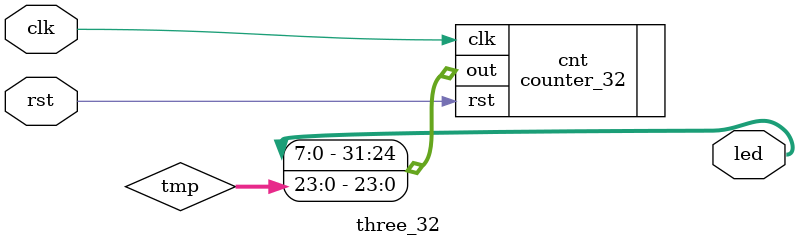
<source format=v>
`timescale 1ns / 1ps


module three_32(
    input clk, rst,
    output wire [7 : 0] led
);
    wire [23 : 0] tmp;
    counter_32 cnt(.clk(clk), .rst(rst), .out({led, tmp}));
endmodule

</source>
